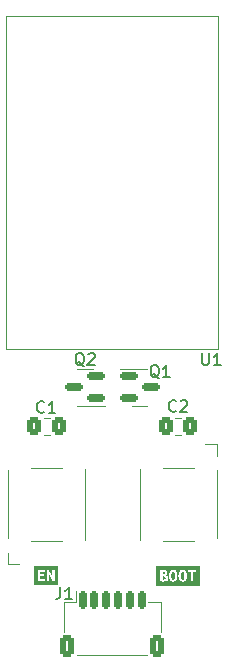
<source format=gto>
G04 #@! TF.GenerationSoftware,KiCad,Pcbnew,7.0.7*
G04 #@! TF.CreationDate,2023-11-09T12:03:22-05:00*
G04 #@! TF.ProjectId,programmer,70726f67-7261-46d6-9d65-722e6b696361,rev?*
G04 #@! TF.SameCoordinates,Original*
G04 #@! TF.FileFunction,Legend,Top*
G04 #@! TF.FilePolarity,Positive*
%FSLAX46Y46*%
G04 Gerber Fmt 4.6, Leading zero omitted, Abs format (unit mm)*
G04 Created by KiCad (PCBNEW 7.0.7) date 2023-11-09 12:03:22*
%MOMM*%
%LPD*%
G01*
G04 APERTURE LIST*
G04 Aperture macros list*
%AMRoundRect*
0 Rectangle with rounded corners*
0 $1 Rounding radius*
0 $2 $3 $4 $5 $6 $7 $8 $9 X,Y pos of 4 corners*
0 Add a 4 corners polygon primitive as box body*
4,1,4,$2,$3,$4,$5,$6,$7,$8,$9,$2,$3,0*
0 Add four circle primitives for the rounded corners*
1,1,$1+$1,$2,$3*
1,1,$1+$1,$4,$5*
1,1,$1+$1,$6,$7*
1,1,$1+$1,$8,$9*
0 Add four rect primitives between the rounded corners*
20,1,$1+$1,$2,$3,$4,$5,0*
20,1,$1+$1,$4,$5,$6,$7,0*
20,1,$1+$1,$6,$7,$8,$9,0*
20,1,$1+$1,$8,$9,$2,$3,0*%
G04 Aperture macros list end*
%ADD10C,0.150000*%
%ADD11C,0.120000*%
%ADD12C,0.100000*%
%ADD13RoundRect,0.250000X-0.337500X-0.475000X0.337500X-0.475000X0.337500X0.475000X-0.337500X0.475000X0*%
%ADD14R,1.400000X1.600000*%
%ADD15RoundRect,0.150000X-0.150000X-0.625000X0.150000X-0.625000X0.150000X0.625000X-0.150000X0.625000X0*%
%ADD16RoundRect,0.250000X-0.350000X-0.650000X0.350000X-0.650000X0.350000X0.650000X-0.350000X0.650000X0*%
%ADD17RoundRect,0.150000X0.587500X0.150000X-0.587500X0.150000X-0.587500X-0.150000X0.587500X-0.150000X0*%
%ADD18RoundRect,0.150000X-0.587500X-0.150000X0.587500X-0.150000X0.587500X0.150000X-0.587500X0.150000X0*%
%ADD19O,1.700000X1.700000*%
%ADD20RoundRect,0.250000X0.337500X0.475000X-0.337500X0.475000X-0.337500X-0.475000X0.337500X-0.475000X0*%
G04 APERTURE END LIST*
D10*
X131913333Y-72905080D02*
X131865714Y-72952700D01*
X131865714Y-72952700D02*
X131722857Y-73000319D01*
X131722857Y-73000319D02*
X131627619Y-73000319D01*
X131627619Y-73000319D02*
X131484762Y-72952700D01*
X131484762Y-72952700D02*
X131389524Y-72857461D01*
X131389524Y-72857461D02*
X131341905Y-72762223D01*
X131341905Y-72762223D02*
X131294286Y-72571747D01*
X131294286Y-72571747D02*
X131294286Y-72428890D01*
X131294286Y-72428890D02*
X131341905Y-72238414D01*
X131341905Y-72238414D02*
X131389524Y-72143176D01*
X131389524Y-72143176D02*
X131484762Y-72047938D01*
X131484762Y-72047938D02*
X131627619Y-72000319D01*
X131627619Y-72000319D02*
X131722857Y-72000319D01*
X131722857Y-72000319D02*
X131865714Y-72047938D01*
X131865714Y-72047938D02*
X131913333Y-72095557D01*
X132294286Y-72095557D02*
X132341905Y-72047938D01*
X132341905Y-72047938D02*
X132437143Y-72000319D01*
X132437143Y-72000319D02*
X132675238Y-72000319D01*
X132675238Y-72000319D02*
X132770476Y-72047938D01*
X132770476Y-72047938D02*
X132818095Y-72095557D01*
X132818095Y-72095557D02*
X132865714Y-72190795D01*
X132865714Y-72190795D02*
X132865714Y-72286033D01*
X132865714Y-72286033D02*
X132818095Y-72428890D01*
X132818095Y-72428890D02*
X132246667Y-73000319D01*
X132246667Y-73000319D02*
X132865714Y-73000319D01*
X122094666Y-87846819D02*
X122094666Y-88561104D01*
X122094666Y-88561104D02*
X122047047Y-88703961D01*
X122047047Y-88703961D02*
X121951809Y-88799200D01*
X121951809Y-88799200D02*
X121808952Y-88846819D01*
X121808952Y-88846819D02*
X121713714Y-88846819D01*
X123094666Y-88846819D02*
X122523238Y-88846819D01*
X122808952Y-88846819D02*
X122808952Y-87846819D01*
X122808952Y-87846819D02*
X122713714Y-87989676D01*
X122713714Y-87989676D02*
X122618476Y-88084914D01*
X122618476Y-88084914D02*
X122523238Y-88132533D01*
X124110761Y-69130057D02*
X124015523Y-69082438D01*
X124015523Y-69082438D02*
X123920285Y-68987200D01*
X123920285Y-68987200D02*
X123777428Y-68844342D01*
X123777428Y-68844342D02*
X123682190Y-68796723D01*
X123682190Y-68796723D02*
X123586952Y-68796723D01*
X123634571Y-69034819D02*
X123539333Y-68987200D01*
X123539333Y-68987200D02*
X123444095Y-68891961D01*
X123444095Y-68891961D02*
X123396476Y-68701485D01*
X123396476Y-68701485D02*
X123396476Y-68368152D01*
X123396476Y-68368152D02*
X123444095Y-68177676D01*
X123444095Y-68177676D02*
X123539333Y-68082438D01*
X123539333Y-68082438D02*
X123634571Y-68034819D01*
X123634571Y-68034819D02*
X123825047Y-68034819D01*
X123825047Y-68034819D02*
X123920285Y-68082438D01*
X123920285Y-68082438D02*
X124015523Y-68177676D01*
X124015523Y-68177676D02*
X124063142Y-68368152D01*
X124063142Y-68368152D02*
X124063142Y-68701485D01*
X124063142Y-68701485D02*
X124015523Y-68891961D01*
X124015523Y-68891961D02*
X123920285Y-68987200D01*
X123920285Y-68987200D02*
X123825047Y-69034819D01*
X123825047Y-69034819D02*
X123634571Y-69034819D01*
X124444095Y-68130057D02*
X124491714Y-68082438D01*
X124491714Y-68082438D02*
X124586952Y-68034819D01*
X124586952Y-68034819D02*
X124825047Y-68034819D01*
X124825047Y-68034819D02*
X124920285Y-68082438D01*
X124920285Y-68082438D02*
X124967904Y-68130057D01*
X124967904Y-68130057D02*
X125015523Y-68225295D01*
X125015523Y-68225295D02*
X125015523Y-68320533D01*
X125015523Y-68320533D02*
X124967904Y-68463390D01*
X124967904Y-68463390D02*
X124396476Y-69034819D01*
X124396476Y-69034819D02*
X125015523Y-69034819D01*
X130460761Y-70146057D02*
X130365523Y-70098438D01*
X130365523Y-70098438D02*
X130270285Y-70003200D01*
X130270285Y-70003200D02*
X130127428Y-69860342D01*
X130127428Y-69860342D02*
X130032190Y-69812723D01*
X130032190Y-69812723D02*
X129936952Y-69812723D01*
X129984571Y-70050819D02*
X129889333Y-70003200D01*
X129889333Y-70003200D02*
X129794095Y-69907961D01*
X129794095Y-69907961D02*
X129746476Y-69717485D01*
X129746476Y-69717485D02*
X129746476Y-69384152D01*
X129746476Y-69384152D02*
X129794095Y-69193676D01*
X129794095Y-69193676D02*
X129889333Y-69098438D01*
X129889333Y-69098438D02*
X129984571Y-69050819D01*
X129984571Y-69050819D02*
X130175047Y-69050819D01*
X130175047Y-69050819D02*
X130270285Y-69098438D01*
X130270285Y-69098438D02*
X130365523Y-69193676D01*
X130365523Y-69193676D02*
X130413142Y-69384152D01*
X130413142Y-69384152D02*
X130413142Y-69717485D01*
X130413142Y-69717485D02*
X130365523Y-69907961D01*
X130365523Y-69907961D02*
X130270285Y-70003200D01*
X130270285Y-70003200D02*
X130175047Y-70050819D01*
X130175047Y-70050819D02*
X129984571Y-70050819D01*
X131365523Y-70050819D02*
X130794095Y-70050819D01*
X131079809Y-70050819D02*
X131079809Y-69050819D01*
X131079809Y-69050819D02*
X130984571Y-69193676D01*
X130984571Y-69193676D02*
X130889333Y-69288914D01*
X130889333Y-69288914D02*
X130794095Y-69336533D01*
X134112095Y-68034819D02*
X134112095Y-68844342D01*
X134112095Y-68844342D02*
X134159714Y-68939580D01*
X134159714Y-68939580D02*
X134207333Y-68987200D01*
X134207333Y-68987200D02*
X134302571Y-69034819D01*
X134302571Y-69034819D02*
X134493047Y-69034819D01*
X134493047Y-69034819D02*
X134588285Y-68987200D01*
X134588285Y-68987200D02*
X134635904Y-68939580D01*
X134635904Y-68939580D02*
X134683523Y-68844342D01*
X134683523Y-68844342D02*
X134683523Y-68034819D01*
X135683523Y-69034819D02*
X135112095Y-69034819D01*
X135397809Y-69034819D02*
X135397809Y-68034819D01*
X135397809Y-68034819D02*
X135302571Y-68177676D01*
X135302571Y-68177676D02*
X135207333Y-68272914D01*
X135207333Y-68272914D02*
X135112095Y-68320533D01*
X120737333Y-73003580D02*
X120689714Y-73051200D01*
X120689714Y-73051200D02*
X120546857Y-73098819D01*
X120546857Y-73098819D02*
X120451619Y-73098819D01*
X120451619Y-73098819D02*
X120308762Y-73051200D01*
X120308762Y-73051200D02*
X120213524Y-72955961D01*
X120213524Y-72955961D02*
X120165905Y-72860723D01*
X120165905Y-72860723D02*
X120118286Y-72670247D01*
X120118286Y-72670247D02*
X120118286Y-72527390D01*
X120118286Y-72527390D02*
X120165905Y-72336914D01*
X120165905Y-72336914D02*
X120213524Y-72241676D01*
X120213524Y-72241676D02*
X120308762Y-72146438D01*
X120308762Y-72146438D02*
X120451619Y-72098819D01*
X120451619Y-72098819D02*
X120546857Y-72098819D01*
X120546857Y-72098819D02*
X120689714Y-72146438D01*
X120689714Y-72146438D02*
X120737333Y-72194057D01*
X121689714Y-73098819D02*
X121118286Y-73098819D01*
X121404000Y-73098819D02*
X121404000Y-72098819D01*
X121404000Y-72098819D02*
X121308762Y-72241676D01*
X121308762Y-72241676D02*
X121213524Y-72336914D01*
X121213524Y-72336914D02*
X121118286Y-72384533D01*
G36*
X121941960Y-87690060D02*
G01*
X121611231Y-87690060D01*
X121454069Y-87690060D01*
X120196769Y-87690060D01*
X119866040Y-87690060D01*
X119866040Y-86376669D01*
X120196769Y-86376669D01*
X120196769Y-87359331D01*
X120827006Y-87359331D01*
X120827006Y-87197406D01*
X120392031Y-87197406D01*
X120392031Y-86921181D01*
X120739694Y-86921181D01*
X120739694Y-86759256D01*
X120392031Y-86759256D01*
X120392031Y-86538594D01*
X120792081Y-86538594D01*
X120792081Y-86376669D01*
X120963531Y-86376669D01*
X120963531Y-87359331D01*
X121139744Y-87359331D01*
X121139744Y-86706869D01*
X121198746Y-86815789D01*
X121255102Y-86924533D01*
X121308812Y-87033100D01*
X121359877Y-87141667D01*
X121408296Y-87250411D01*
X121454069Y-87359331D01*
X121611231Y-87359331D01*
X121611231Y-86376669D01*
X121435019Y-86376669D01*
X121435019Y-86981506D01*
X121407039Y-86919594D01*
X121373900Y-86848156D01*
X121336594Y-86770766D01*
X121296113Y-86690994D01*
X121253448Y-86609833D01*
X121209594Y-86528275D01*
X121165144Y-86449495D01*
X121120694Y-86376669D01*
X120963531Y-86376669D01*
X120792081Y-86376669D01*
X120196769Y-86376669D01*
X119866040Y-86376669D01*
X119866040Y-86045940D01*
X120196769Y-86045940D01*
X121611231Y-86045940D01*
X121941960Y-86045940D01*
X121941960Y-87690060D01*
G37*
G36*
X133935523Y-87711492D02*
G01*
X133604794Y-87711492D01*
X133346031Y-87711492D01*
X132455444Y-87711492D01*
X131661694Y-87711492D01*
X130828256Y-87711492D01*
X130555206Y-87711492D01*
X130224477Y-87711492D01*
X130224477Y-87344250D01*
X130555206Y-87344250D01*
X130623866Y-87356752D01*
X130693319Y-87365681D01*
X130761978Y-87371039D01*
X130828256Y-87372825D01*
X130906639Y-87369055D01*
X130979863Y-87357744D01*
X131045744Y-87337503D01*
X131102100Y-87306944D01*
X131183856Y-87211694D01*
X131206478Y-87144820D01*
X131214019Y-87063262D01*
X131205089Y-86996587D01*
X131178300Y-86933087D01*
X131126508Y-86877525D01*
X131107855Y-86868000D01*
X131306094Y-86868000D01*
X131311799Y-86987211D01*
X131328914Y-87090845D01*
X131357439Y-87178902D01*
X131397375Y-87251381D01*
X131467313Y-87323260D01*
X131555419Y-87366387D01*
X131661694Y-87380762D01*
X131765410Y-87366387D01*
X131852194Y-87323260D01*
X131922044Y-87251381D01*
X131962327Y-87178902D01*
X131991100Y-87090845D01*
X132008364Y-86987211D01*
X132014119Y-86868000D01*
X132099844Y-86868000D01*
X132105549Y-86987211D01*
X132122664Y-87090845D01*
X132151189Y-87178902D01*
X132191125Y-87251381D01*
X132261063Y-87323260D01*
X132349169Y-87366387D01*
X132455444Y-87380762D01*
X132559160Y-87366387D01*
X132645944Y-87323260D01*
X132715794Y-87251381D01*
X132756077Y-87178902D01*
X132784850Y-87090845D01*
X132802114Y-86987211D01*
X132807869Y-86868000D01*
X132802213Y-86748789D01*
X132785247Y-86645155D01*
X132756970Y-86557098D01*
X132717381Y-86484619D01*
X132647884Y-86412740D01*
X132576029Y-86377462D01*
X132890419Y-86377462D01*
X132890419Y-86539387D01*
X133149181Y-86539387D01*
X133149181Y-87360125D01*
X133346031Y-87360125D01*
X133346031Y-86539387D01*
X133604794Y-86539387D01*
X133604794Y-86377462D01*
X132890419Y-86377462D01*
X132576029Y-86377462D01*
X132560042Y-86369613D01*
X132453856Y-86355237D01*
X132350845Y-86369613D01*
X132264062Y-86412740D01*
X132193506Y-86484619D01*
X132152529Y-86557098D01*
X132123259Y-86645155D01*
X132105698Y-86748789D01*
X132099844Y-86868000D01*
X132014119Y-86868000D01*
X132008463Y-86748789D01*
X131991497Y-86645155D01*
X131963220Y-86557098D01*
X131923631Y-86484619D01*
X131854134Y-86412740D01*
X131766292Y-86369613D01*
X131660106Y-86355237D01*
X131557095Y-86369613D01*
X131470312Y-86412740D01*
X131399756Y-86484619D01*
X131358779Y-86557098D01*
X131329509Y-86645155D01*
X131311948Y-86748789D01*
X131306094Y-86868000D01*
X131107855Y-86868000D01*
X131042569Y-86834662D01*
X131133850Y-86748937D01*
X131159448Y-86690994D01*
X131167981Y-86625112D01*
X131153694Y-86533037D01*
X131099719Y-86449694D01*
X130990181Y-86389369D01*
X130910012Y-86372105D01*
X130809206Y-86366350D01*
X130677444Y-86373494D01*
X130555206Y-86390162D01*
X130555206Y-87344250D01*
X130224477Y-87344250D01*
X130224477Y-86024508D01*
X130555206Y-86024508D01*
X133604794Y-86024508D01*
X133935523Y-86024508D01*
X133935523Y-87711492D01*
G37*
G36*
X132534819Y-86552087D02*
G01*
X132581650Y-86625112D01*
X132603875Y-86733856D01*
X132608042Y-86798745D01*
X132609431Y-86868000D01*
X132608042Y-86937056D01*
X132603875Y-87001350D01*
X132581650Y-87110094D01*
X132534025Y-87183912D01*
X132453856Y-87210900D01*
X132372894Y-87183912D01*
X132326063Y-87110887D01*
X132303838Y-87002144D01*
X132299670Y-86937255D01*
X132298281Y-86868000D01*
X132299670Y-86798944D01*
X132303838Y-86734650D01*
X132326063Y-86625906D01*
X132372894Y-86552087D01*
X132453856Y-86525100D01*
X132534819Y-86552087D01*
G37*
G36*
X131741069Y-86552087D02*
G01*
X131787900Y-86625112D01*
X131810125Y-86733856D01*
X131814292Y-86798745D01*
X131815681Y-86868000D01*
X131814292Y-86937056D01*
X131810125Y-87001350D01*
X131787900Y-87110094D01*
X131740275Y-87183912D01*
X131660106Y-87210900D01*
X131579144Y-87183912D01*
X131532313Y-87110887D01*
X131510088Y-87002144D01*
X131505920Y-86937255D01*
X131504531Y-86868000D01*
X131505920Y-86798944D01*
X131510088Y-86734650D01*
X131532313Y-86625906D01*
X131579144Y-86552087D01*
X131660106Y-86525100D01*
X131741069Y-86552087D01*
G37*
G36*
X130976687Y-86960869D02*
G01*
X131021931Y-87063262D01*
X131006056Y-87133906D01*
X130965575Y-87176769D01*
X130909219Y-87197406D01*
X130844131Y-87202962D01*
X130795713Y-87201375D01*
X130750469Y-87196612D01*
X130750469Y-86929912D01*
X130855244Y-86929912D01*
X130976687Y-86960869D01*
G37*
G36*
X130891756Y-86540181D02*
G01*
X130936206Y-86556056D01*
X130966369Y-86589394D01*
X130977481Y-86645750D01*
X130939381Y-86735444D01*
X130826669Y-86767987D01*
X130750469Y-86767987D01*
X130750469Y-86542562D01*
X130793331Y-86537800D01*
X130839369Y-86536212D01*
X130891756Y-86540181D01*
G37*
D11*
X131818748Y-73490500D02*
X132341252Y-73490500D01*
X131818748Y-74960500D02*
X132341252Y-74960500D01*
X117640000Y-85929500D02*
X117640000Y-84929500D01*
X118640000Y-85929500D02*
X117640000Y-85929500D01*
X119640000Y-83929500D02*
X122240000Y-83929500D01*
X117690000Y-77929500D02*
X117690000Y-83729500D01*
X124190000Y-77829500D02*
X124190000Y-83829500D01*
X119640000Y-77729500D02*
X122240000Y-77729500D01*
X135380000Y-75729500D02*
X135380000Y-76729500D01*
X134380000Y-75729500D02*
X135380000Y-75729500D01*
X133380000Y-77729500D02*
X130780000Y-77729500D01*
X135330000Y-83729500D02*
X135330000Y-77929500D01*
X128830000Y-83829500D02*
X128830000Y-77829500D01*
X133380000Y-83929500D02*
X130780000Y-83929500D01*
X122382000Y-89147000D02*
X123432000Y-89147000D01*
X122382000Y-91647000D02*
X122382000Y-89147000D01*
X123432000Y-89147000D02*
X123432000Y-88157000D01*
X123552000Y-93617000D02*
X129432000Y-93617000D01*
X130602000Y-89147000D02*
X129552000Y-89147000D01*
X130602000Y-91647000D02*
X130602000Y-89147000D01*
X124193500Y-72483500D02*
X125868500Y-72483500D01*
X124193500Y-72483500D02*
X123543500Y-72483500D01*
X124193500Y-69363500D02*
X124843500Y-69363500D01*
X124193500Y-69363500D02*
X123543500Y-69363500D01*
X128814000Y-69363500D02*
X127139000Y-69363500D01*
X128814000Y-69363500D02*
X129464000Y-69363500D01*
X128814000Y-72483500D02*
X128164000Y-72483500D01*
X128814000Y-72483500D02*
X129464000Y-72483500D01*
D12*
X117500400Y-39522400D02*
X117500400Y-67665600D01*
X117500400Y-67665600D02*
X135382000Y-67665600D01*
X117602000Y-39522400D02*
X117500400Y-39522400D01*
X135382000Y-67665600D02*
X135483600Y-67665600D01*
X135483600Y-39522400D02*
X117602000Y-39522400D01*
X135483600Y-67665600D02*
X135483600Y-39522400D01*
D11*
X121201252Y-74960500D02*
X120678748Y-74960500D01*
X121201252Y-73490500D02*
X120678748Y-73490500D01*
%LPC*%
D13*
X131042500Y-74225500D03*
X133117500Y-74225500D03*
D14*
X118690000Y-84829500D03*
X118690000Y-76829500D03*
X123190000Y-84829500D03*
X123190000Y-76829500D03*
X134330000Y-76829500D03*
X134330000Y-84829500D03*
X129830000Y-76829500D03*
X129830000Y-84829500D03*
D15*
X123992000Y-88932000D03*
X124992000Y-88932000D03*
X125992000Y-88932000D03*
X126992000Y-88932000D03*
X127992000Y-88932000D03*
X128992000Y-88932000D03*
D16*
X122692000Y-92807000D03*
X130292000Y-92807000D03*
D17*
X125131000Y-71873500D03*
X125131000Y-69973500D03*
X123256000Y-70923500D03*
D18*
X127876500Y-69973500D03*
X127876500Y-71873500D03*
X129751500Y-70923500D03*
D19*
X120142000Y-44704000D03*
X120142000Y-47244000D03*
X120142000Y-49784000D03*
X120142000Y-52324000D03*
X120142000Y-54864000D03*
X120142000Y-57404000D03*
X120142000Y-59944000D03*
X120142000Y-62484000D03*
X132842000Y-62484000D03*
X132842000Y-59944000D03*
X132842000Y-57404000D03*
X132842000Y-54864000D03*
X132842000Y-52324000D03*
X132842000Y-49784000D03*
X132842000Y-47244000D03*
X132842000Y-44704000D03*
D20*
X121977500Y-74225500D03*
X119902500Y-74225500D03*
%LPD*%
M02*

</source>
